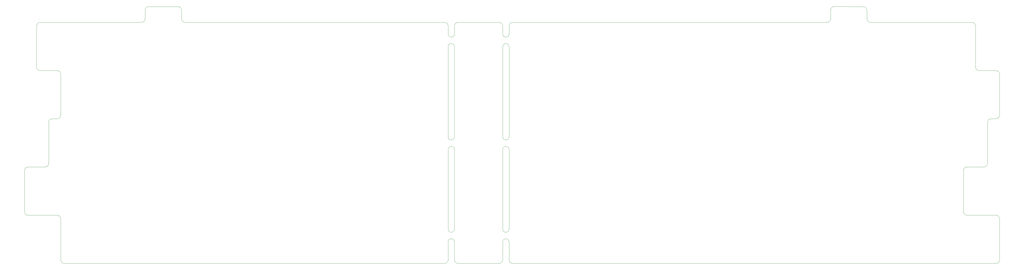
<source format=gbr>
G04 #@! TF.GenerationSoftware,KiCad,Pcbnew,(6.0.5)*
G04 #@! TF.CreationDate,2022-11-06T23:12:43-06:00*
G04 #@! TF.ProjectId,kintsugi_v2,6b696e74-7375-4676-995f-76322e6b6963,rev?*
G04 #@! TF.SameCoordinates,Original*
G04 #@! TF.FileFunction,Profile,NP*
%FSLAX46Y46*%
G04 Gerber Fmt 4.6, Leading zero omitted, Abs format (unit mm)*
G04 Created by KiCad (PCBNEW (6.0.5)) date 2022-11-06 23:12:43*
%MOMM*%
%LPD*%
G01*
G04 APERTURE LIST*
G04 #@! TA.AperFunction,Profile*
%ADD10C,0.100000*%
G04 #@! TD*
G04 APERTURE END LIST*
D10*
X403223880Y-159384669D02*
X403222463Y-175575205D01*
X397032282Y-138904832D02*
G75*
G03*
X398461032Y-137476032I-182J1428932D01*
G01*
X209710335Y-131999902D02*
X209710335Y-163466466D01*
X395129065Y-100805104D02*
X401795796Y-100806703D01*
X32865959Y-175576506D02*
X32866664Y-159388508D01*
X185678736Y-163468810D02*
G75*
G03*
X188169954Y-163468810I1245609J0D01*
G01*
X29530919Y-119858069D02*
G75*
G03*
X28102169Y-121286803I-19J-1428731D01*
G01*
X207218309Y-126968684D02*
X207218309Y-91384293D01*
X188173290Y-175574306D02*
X188173290Y-168500028D01*
X188173290Y-168500028D02*
G75*
G03*
X185678736Y-168500028I-1247277J0D01*
G01*
X390366470Y-138907420D02*
G75*
G03*
X388937720Y-140336119I-70J-1428680D01*
G01*
X31436440Y-119857830D02*
G75*
G03*
X32865190Y-118429086I70J1428680D01*
G01*
X23341888Y-99379962D02*
G75*
G03*
X24770585Y-100808712I1428812J62D01*
G01*
X207215958Y-175570909D02*
X207217768Y-168497684D01*
X24770030Y-81757820D02*
G75*
G03*
X23341280Y-83186570I90J-1428840D01*
G01*
X18578044Y-156529086D02*
X18577169Y-140338508D01*
X188169146Y-91386637D02*
G75*
G03*
X185677928Y-91386637I-1245609J0D01*
G01*
X185677928Y-126971028D02*
G75*
G03*
X188169146Y-126971028I1245609J0D01*
G01*
X185677928Y-83188585D02*
X185677928Y-86355419D01*
X336547428Y-80330811D02*
X336546649Y-76931324D01*
X20005919Y-138909769D02*
G75*
G03*
X18577169Y-140338508I-19J-1428731D01*
G01*
X23341835Y-99379962D02*
X23341280Y-83186570D01*
X337975399Y-75502549D02*
G75*
G03*
X336546649Y-76931324I-99J-1428651D01*
G01*
X397032282Y-138904782D02*
X390366470Y-138907369D01*
X388937720Y-140336119D02*
X388936270Y-156528971D01*
X207218309Y-126968684D02*
G75*
G03*
X209709527Y-126968684I1245609J0D01*
G01*
X209709527Y-91384293D02*
G75*
G03*
X207218309Y-91384293I-1245609J0D01*
G01*
X403223881Y-159384669D02*
G75*
G03*
X401795130Y-157955919I-1428681J69D01*
G01*
X185677928Y-91386637D02*
X185677928Y-126971028D01*
X67584197Y-75507147D02*
G75*
G03*
X66155447Y-76935855I3J-1428753D01*
G01*
X393704441Y-83188309D02*
G75*
G03*
X392275705Y-81759559I-1428941J-191D01*
G01*
X398463230Y-121284855D02*
X398461032Y-137476032D01*
X67584197Y-75507105D02*
X79109695Y-75504238D01*
X350868508Y-76934834D02*
X350867062Y-80327057D01*
X188169146Y-86355419D02*
X188167540Y-83181853D01*
X188169954Y-132002246D02*
G75*
G03*
X185678736Y-132002246I-1245609J0D01*
G01*
X401793713Y-177003955D02*
X211138723Y-177004401D01*
X64726040Y-81759390D02*
G75*
G03*
X66154790Y-80330631I-140J1428890D01*
G01*
X401793713Y-177003963D02*
G75*
G03*
X403222463Y-175575205I-113J1428863D01*
G01*
X390365020Y-157957721D02*
X401795130Y-157955919D01*
X32865944Y-175576506D02*
G75*
G03*
X34294709Y-177005256I1428656J-94D01*
G01*
X205787208Y-176999658D02*
G75*
G03*
X207215958Y-175570909I-8J1428758D01*
G01*
X337975399Y-75502574D02*
X349439758Y-75506084D01*
X32866672Y-102237678D02*
G75*
G03*
X31437868Y-100808928I-1428672J78D01*
G01*
X28103150Y-137478533D02*
X28102169Y-121286803D01*
X352298774Y-81753101D02*
X392275705Y-81759559D01*
X209710007Y-83187435D02*
X209709527Y-86353075D01*
X205787208Y-176999659D02*
X189602040Y-177003056D01*
X209710336Y-168497684D02*
G75*
G03*
X207217768Y-168497684I-1246284J-1D01*
G01*
X403224597Y-102235453D02*
G75*
G03*
X401795796Y-100806703I-1428697J53D01*
G01*
X211137500Y-81756250D02*
X211137500Y-81756250D01*
X393700296Y-99376354D02*
G75*
G03*
X395129065Y-100805104I1428904J154D01*
G01*
X185677928Y-86355419D02*
G75*
G03*
X188169146Y-86355419I1245609J0D01*
G01*
X209710335Y-168497684D02*
X209709973Y-175575651D01*
X189596290Y-81753140D02*
G75*
G03*
X188167540Y-83181853I10J-1428760D01*
G01*
X29530919Y-119858053D02*
X31436440Y-119857836D01*
X403224546Y-102235453D02*
X403225973Y-118427184D01*
X401797223Y-119855873D02*
G75*
G03*
X403225973Y-118427184I-23J1428773D01*
G01*
X207217905Y-83179635D02*
X207218309Y-86353075D01*
X209709899Y-175575651D02*
G75*
G03*
X211138723Y-177004401I1428801J51D01*
G01*
X26674400Y-138907290D02*
G75*
G03*
X28103150Y-137478533I130J1428620D01*
G01*
X401797223Y-119855934D02*
X399891980Y-119856105D01*
X207219117Y-163466466D02*
X207219117Y-131999902D01*
X184249986Y-177010836D02*
G75*
G03*
X185678736Y-175582110I-86J1428836D01*
G01*
X350869999Y-80324351D02*
G75*
G03*
X352298774Y-81753101I1429001J251D01*
G01*
X188169146Y-91386637D02*
X188169146Y-126971028D01*
X31437868Y-100808928D02*
X24770585Y-100808712D01*
X188169954Y-132002246D02*
X188169954Y-163468810D01*
X393704455Y-83188309D02*
X393700315Y-99376354D01*
X399891980Y-119856030D02*
G75*
G03*
X398463230Y-121284855I120J-1428870D01*
G01*
X335121640Y-81756855D02*
X211138757Y-81758685D01*
X185678736Y-175582110D02*
X185678736Y-168500028D01*
X81966843Y-81758820D02*
X184249178Y-81759835D01*
X31437914Y-157959758D02*
X20006794Y-157957836D01*
X32866642Y-159388508D02*
G75*
G03*
X31437914Y-157959758I-1428842J-92D01*
G01*
X80538362Y-76932988D02*
G75*
G03*
X79109695Y-75504238I-1428762J-12D01*
G01*
X207219117Y-163466466D02*
G75*
G03*
X209710335Y-163466466I1245609J0D01*
G01*
X211138757Y-81758607D02*
G75*
G03*
X209710007Y-83187435I143J-1428893D01*
G01*
X20005919Y-138909758D02*
X26674400Y-138907283D01*
X185678736Y-163468810D02*
X185678736Y-132002246D01*
X335121640Y-81756828D02*
G75*
G03*
X336547428Y-80330811I-140J1425928D01*
G01*
X189596290Y-81753103D02*
X205789155Y-81750885D01*
X80538080Y-80330070D02*
G75*
G03*
X81966843Y-81758820I1428720J-30D01*
G01*
X184249986Y-177010860D02*
X34294709Y-177005256D01*
X80538445Y-76932988D02*
X80538093Y-80330070D01*
X32865190Y-118429086D02*
X32866618Y-102237678D01*
X209709527Y-91384293D02*
X209709527Y-126968684D01*
X350868516Y-76934834D02*
G75*
G03*
X349439758Y-75506084I-1428916J-166D01*
G01*
X24770030Y-81757820D02*
X64726040Y-81759381D01*
X18578064Y-156529086D02*
G75*
G03*
X20006794Y-157957836I1428736J-14D01*
G01*
X207217915Y-83179635D02*
G75*
G03*
X205789155Y-81750885I-1428915J-165D01*
G01*
X209710335Y-131999902D02*
G75*
G03*
X207219117Y-131999902I-1245609J0D01*
G01*
X66155447Y-76935855D02*
X66154790Y-80330631D01*
X185677965Y-83188585D02*
G75*
G03*
X184249178Y-81759835I-1428665J85D01*
G01*
X188173344Y-175574306D02*
G75*
G03*
X189602040Y-177003056I1428856J106D01*
G01*
X388936279Y-156528971D02*
G75*
G03*
X390365020Y-157957721I1428721J-29D01*
G01*
X207218309Y-86353075D02*
G75*
G03*
X209709527Y-86353075I1245609J0D01*
G01*
M02*

</source>
